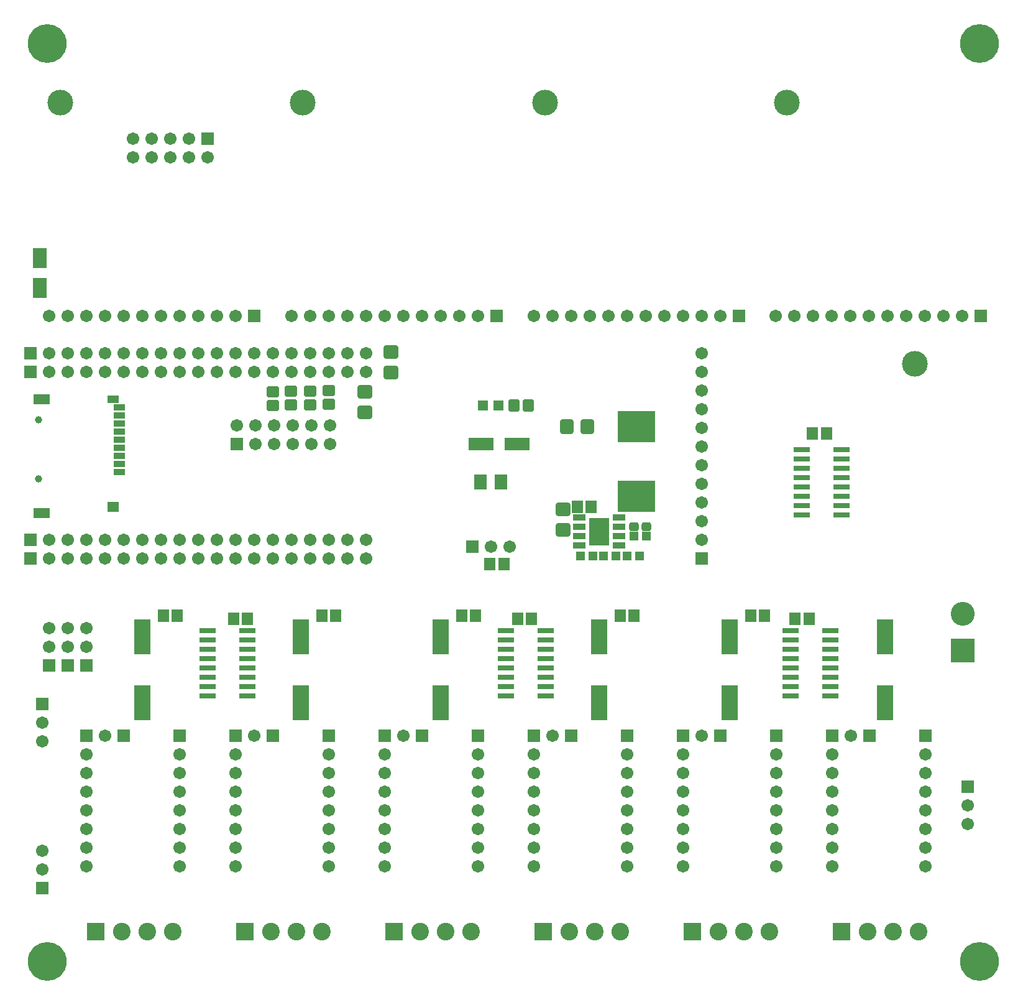
<source format=gbr>
G04 DipTrace 4.0.0.2*
G04 TopMask.gbr*
%MOIN*%
G04 #@! TF.FileFunction,Soldermask,Top*
G04 #@! TF.Part,Single*
%AMOUTLINE1*
4,1,28,
-0.026246,0.035496,
0.026246,0.035496,
0.029474,0.035071,
0.032726,0.033724,
0.035518,0.031581,
0.037661,0.028789,
0.039008,0.025537,
0.039433,0.022309,
0.039433,-0.022309,
0.039008,-0.025537,
0.037661,-0.028789,
0.035518,-0.031581,
0.032726,-0.033724,
0.029474,-0.035071,
0.026246,-0.035496,
-0.026246,-0.035496,
-0.029474,-0.035071,
-0.032726,-0.033724,
-0.035518,-0.031581,
-0.037661,-0.028789,
-0.039008,-0.025537,
-0.039433,-0.022309,
-0.039433,0.022309,
-0.039008,0.025537,
-0.037661,0.028789,
-0.035518,0.031581,
-0.032726,0.033724,
-0.029474,0.035071,
-0.026246,0.035496,
0*%
%AMOUTLINE4*
4,1,28,
0.026246,-0.035496,
-0.026246,-0.035496,
-0.029474,-0.035071,
-0.032726,-0.033724,
-0.035518,-0.031581,
-0.037661,-0.028789,
-0.039008,-0.025537,
-0.039433,-0.022309,
-0.039433,0.022309,
-0.039008,0.025537,
-0.037661,0.028789,
-0.035518,0.031581,
-0.032726,0.033724,
-0.029474,0.035071,
-0.026246,0.035496,
0.026246,0.035496,
0.029474,0.035071,
0.032726,0.033724,
0.035518,0.031581,
0.037661,0.028789,
0.039008,0.025537,
0.039433,0.022309,
0.039433,-0.022309,
0.039008,-0.025537,
0.037661,-0.028789,
0.035518,-0.031581,
0.032726,-0.033724,
0.029474,-0.035071,
0.026246,-0.035496,
0*%
%AMOUTLINE7*
4,1,28,
-0.035496,-0.026246,
-0.035496,0.026246,
-0.035071,0.029474,
-0.033724,0.032726,
-0.031581,0.035518,
-0.028789,0.037661,
-0.025537,0.039008,
-0.022309,0.039433,
0.022309,0.039433,
0.025537,0.039008,
0.028789,0.037661,
0.031581,0.035518,
0.033724,0.032726,
0.035071,0.029474,
0.035496,0.026246,
0.035496,-0.026246,
0.035071,-0.029474,
0.033724,-0.032726,
0.031581,-0.035518,
0.028789,-0.037661,
0.025537,-0.039008,
0.022309,-0.039433,
-0.022309,-0.039433,
-0.025537,-0.039008,
-0.028789,-0.037661,
-0.031581,-0.035518,
-0.033724,-0.032726,
-0.035071,-0.029474,
-0.035496,-0.026246,
0*%
%AMOUTLINE10*
4,1,28,
-0.025654,-0.010105,
-0.025654,0.010105,
-0.025215,0.013434,
-0.023829,0.016781,
-0.021624,0.019655,
-0.01875,0.02186,
-0.015403,0.023247,
-0.012073,0.023685,
0.012073,0.023685,
0.015403,0.023247,
0.01875,0.02186,
0.021624,0.019655,
0.023829,0.016781,
0.025215,0.013434,
0.025654,0.010105,
0.025654,-0.010105,
0.025215,-0.013434,
0.023829,-0.016781,
0.021624,-0.019655,
0.01875,-0.02186,
0.015403,-0.023247,
0.012073,-0.023685,
-0.012073,-0.023685,
-0.015403,-0.023247,
-0.01875,-0.02186,
-0.021624,-0.019655,
-0.023829,-0.016781,
-0.025215,-0.013434,
-0.025654,-0.010105,
0*%
%AMOUTLINE13*
4,1,28,
0.020065,-0.029591,
-0.020065,-0.029591,
-0.023364,-0.029156,
-0.026683,-0.027782,
-0.029532,-0.025595,
-0.031719,-0.022746,
-0.033093,-0.019427,
-0.033528,-0.016128,
-0.033528,0.016128,
-0.033093,0.019427,
-0.031719,0.022746,
-0.029532,0.025595,
-0.026683,0.027782,
-0.023364,0.029156,
-0.020065,0.029591,
0.020065,0.029591,
0.023364,0.029156,
0.026683,0.027782,
0.029532,0.025595,
0.031719,0.022746,
0.033093,0.019427,
0.033528,0.016128,
0.033528,-0.016128,
0.033093,-0.019427,
0.031719,-0.022746,
0.029532,-0.025595,
0.026683,-0.027782,
0.023364,-0.029156,
0.020065,-0.029591,
0*%
%AMOUTLINE16*
4,1,28,
0.029591,0.020065,
0.029591,-0.020065,
0.029156,-0.023364,
0.027782,-0.026683,
0.025595,-0.029532,
0.022746,-0.031719,
0.019427,-0.033093,
0.016128,-0.033528,
-0.016128,-0.033528,
-0.019427,-0.033093,
-0.022746,-0.031719,
-0.025595,-0.029532,
-0.027782,-0.026683,
-0.029156,-0.023364,
-0.029591,-0.020065,
-0.029591,0.020065,
-0.029156,0.023364,
-0.027782,0.026683,
-0.025595,0.029532,
-0.022746,0.031719,
-0.019427,0.033093,
-0.016128,0.033528,
0.016128,0.033528,
0.019427,0.033093,
0.022746,0.031719,
0.025595,0.029532,
0.027782,0.026683,
0.029156,0.023364,
0.029591,0.020065,
0*%
%ADD56C,0.137795*%
%ADD57C,0.03937*%
%ADD65R,0.11115X0.146189*%
%ADD67R,0.070992X0.032016*%
%ADD69R,0.08674X0.031622*%
%ADD71C,0.128*%
%ADD73R,0.128X0.128*%
%ADD75C,0.094614*%
%ADD77R,0.094614X0.094614*%
%ADD79R,0.063118X0.039496*%
%ADD81R,0.063118X0.055244*%
%ADD83R,0.08674X0.055244*%
%ADD85R,0.059181X0.035559*%
%ADD87R,0.051307X0.04737*%
%ADD89C,0.208*%
%ADD91R,0.055244X0.055244*%
%ADD93R,0.202882X0.169417*%
%ADD95C,0.067055*%
%ADD97R,0.067055X0.067055*%
%ADD99R,0.074929X0.106425*%
%ADD101R,0.070992X0.078866*%
%ADD103R,0.132016X0.070992*%
%ADD105R,0.090677X0.185165*%
%ADD107R,0.059181X0.067055*%
%ADD113OUTLINE1*%
%ADD116OUTLINE4*%
%ADD119OUTLINE7*%
%ADD122OUTLINE10*%
%ADD125OUTLINE13*%
%ADD128OUTLINE16*%
%FSLAX26Y26*%
G04*
G70*
G90*
G75*
G01*
G04 TopMask*
%LPD*%
D107*
X1531500Y2369000D3*
X1606303D3*
X1156500Y2387749D3*
X1231303D3*
X2006500Y2387751D3*
X2081303D3*
X2756500D3*
X2831303D3*
X3606500D3*
X3681303D3*
X4306500D3*
X4381303D3*
X2981500Y2662751D3*
X2906697D3*
D113*
X2375249Y3799118D3*
Y3688882D3*
D107*
X3056500Y2369000D3*
X3131303D3*
D105*
X1044000Y1919000D3*
Y2273331D3*
D107*
X4544000Y2369000D3*
X4618803D3*
D105*
X1894000Y1919000D3*
Y2273331D3*
D107*
X4712652Y3362751D3*
X4637849D3*
D116*
X2237749Y3475249D3*
Y3585486D3*
D105*
X2644000Y1919000D3*
Y2273331D3*
D107*
X3375348Y2969000D3*
X3450151D3*
D113*
X3300251Y2955367D3*
Y2845131D3*
D103*
X3052955Y3306499D3*
X2860042D3*
D101*
X2855974Y3101908D3*
X2966210D3*
D119*
X3320133Y3400251D3*
X3430369D3*
D105*
X3494000Y1919000D3*
Y2273331D3*
D122*
X3679287Y2862748D3*
X3746217D3*
D105*
X4194000Y1919000D3*
Y2273331D3*
X5025251Y1919000D3*
Y2273331D3*
D99*
X494001Y4144000D3*
X493998Y4301480D3*
D97*
X944000Y1744000D3*
D95*
X844000D3*
D97*
X744000D3*
D95*
Y1644000D3*
Y1544000D3*
Y1444000D3*
Y1344000D3*
Y1244000D3*
Y1144000D3*
Y1044000D3*
D97*
X1244000Y1744000D3*
D95*
Y1644000D3*
Y1544000D3*
Y1444000D3*
Y1344000D3*
Y1244000D3*
Y1144000D3*
Y1044000D3*
D97*
X444000Y3794000D3*
D95*
X544000D3*
X644000D3*
X744000D3*
X844000D3*
X944000D3*
X1044000D3*
X1144000D3*
X1244000D3*
X1344000D3*
X1444000D3*
X1544000D3*
X1644000D3*
X1744000D3*
X1844000D3*
X1944000D3*
X2044000D3*
X2144000D3*
X2244000D3*
D97*
X444000Y3694000D3*
D95*
X544000D3*
X644000D3*
X744000D3*
X844000D3*
X944000D3*
X1044000D3*
X1144000D3*
X1244000D3*
X1344000D3*
X1444000D3*
X1544000D3*
X1644000D3*
X1744000D3*
X1844000D3*
X1944000D3*
X2044000D3*
X2144000D3*
X2244000D3*
D97*
X444000Y2694000D3*
D95*
X544000D3*
X644000D3*
X744000D3*
X844000D3*
X944000D3*
X1044000D3*
X1144000D3*
X1244000D3*
X1344000D3*
X1444000D3*
X1544000D3*
X1644000D3*
X1744000D3*
X1844000D3*
X1944000D3*
X2044000D3*
X2144000D3*
X2244000D3*
D97*
X444000Y2794000D3*
D95*
X544000D3*
X644000D3*
X744000D3*
X844000D3*
X944000D3*
X1044000D3*
X1144000D3*
X1244000D3*
X1344000D3*
X1444000D3*
X1544000D3*
X1644000D3*
X1744000D3*
X1844000D3*
X1944000D3*
X2044000D3*
X2144000D3*
X2244000D3*
D97*
X1744000Y1744000D3*
D95*
X1644000D3*
D97*
X1544000D3*
D95*
Y1644000D3*
Y1544000D3*
Y1444000D3*
Y1344000D3*
Y1244000D3*
Y1144000D3*
Y1044000D3*
D97*
X2044000Y1744000D3*
D95*
Y1644000D3*
Y1544000D3*
Y1444000D3*
Y1344000D3*
Y1244000D3*
Y1144000D3*
Y1044000D3*
D97*
X1394000Y4944000D3*
D95*
Y4844000D3*
X1294000Y4944000D3*
Y4844000D3*
X1194000Y4944000D3*
Y4844000D3*
X1094000Y4944000D3*
Y4844000D3*
X994000Y4944000D3*
Y4844000D3*
D97*
X2544000Y1744000D3*
D95*
X2444000D3*
D97*
X2344000D3*
D95*
Y1644000D3*
Y1544000D3*
Y1444000D3*
Y1344000D3*
Y1244000D3*
Y1144000D3*
Y1044000D3*
D97*
X2844000Y1744000D3*
D95*
Y1644000D3*
Y1544000D3*
Y1444000D3*
Y1344000D3*
Y1244000D3*
Y1144000D3*
Y1044000D3*
D97*
X3344000Y1744000D3*
D95*
X3244000D3*
D97*
X3144000D3*
D95*
Y1644000D3*
Y1544000D3*
Y1444000D3*
Y1344000D3*
Y1244000D3*
Y1144000D3*
Y1044000D3*
D97*
X3644000Y1744000D3*
D95*
Y1644000D3*
Y1544000D3*
Y1444000D3*
Y1344000D3*
Y1244000D3*
Y1144000D3*
Y1044000D3*
D97*
X1551480Y3306598D3*
D95*
Y3406598D3*
X1651480Y3306598D3*
Y3406598D3*
X1751480Y3306598D3*
Y3406598D3*
X1851480Y3306598D3*
Y3406598D3*
X1951480Y3306598D3*
Y3406598D3*
X2051480Y3306598D3*
Y3406598D3*
D97*
X4144000Y1744000D3*
D95*
X4044000D3*
D97*
X3944000D3*
D95*
Y1644000D3*
Y1544000D3*
Y1444000D3*
Y1344000D3*
Y1244000D3*
Y1144000D3*
Y1044000D3*
D97*
X4444000Y1744000D3*
D95*
Y1644000D3*
Y1544000D3*
Y1444000D3*
Y1344000D3*
Y1244000D3*
Y1144000D3*
Y1044000D3*
D97*
X2812749Y2756500D3*
D95*
X2912749D3*
X3012749D3*
D97*
X5469000Y1469000D3*
D95*
Y1369000D3*
Y1269000D3*
D97*
X506500Y1912749D3*
D95*
Y1812749D3*
Y1712749D3*
D97*
X4944000Y1744000D3*
D95*
X4844000D3*
D97*
X4744000D3*
D95*
Y1644000D3*
Y1544000D3*
Y1444000D3*
Y1344000D3*
Y1244000D3*
Y1144000D3*
Y1044000D3*
D97*
X5244000Y1744000D3*
D95*
Y1644000D3*
Y1544000D3*
Y1444000D3*
Y1344000D3*
Y1244000D3*
Y1144000D3*
Y1044000D3*
D97*
X744000Y2119000D3*
D95*
Y2219000D3*
Y2319000D3*
D97*
X544000Y2119000D3*
D95*
Y2219000D3*
Y2319000D3*
D97*
X506500Y925249D3*
D95*
Y1025249D3*
Y1125249D3*
D97*
X644000Y2119000D3*
D95*
Y2219000D3*
Y2319000D3*
D93*
X3694000Y3025741D3*
Y3399757D3*
D91*
X2954088Y3512749D3*
X2871411D3*
D89*
X5531795Y531795D3*
Y5453055D3*
X531795D3*
Y531795D3*
D97*
X1644005Y3994000D3*
D95*
X1544005D3*
X1444005D3*
X1344005D3*
X1244005D3*
X1144005D3*
X1044005D3*
X944005D3*
X844014D3*
X744014D3*
X644014D3*
X544014D3*
D56*
X601874Y5135732D3*
D97*
X2944005Y3994000D3*
D95*
X2844005D3*
X2744005D3*
X2644005D3*
X2544005D3*
X2444005D3*
X2344005D3*
X2244005D3*
X2144014D3*
X2044014D3*
X1944014D3*
X1844014D3*
D56*
X1901874Y5135732D3*
D97*
X4244005Y3994000D3*
D95*
X4144005D3*
X4044005D3*
X3944005D3*
X3844005D3*
X3744005D3*
X3644005D3*
X3544005D3*
X3444014D3*
X3344014D3*
X3244014D3*
X3144014D3*
D56*
X3201874Y5135732D3*
D97*
X5540406Y3994000D3*
D95*
X5440406D3*
X5340406D3*
X5240406D3*
X5140406D3*
X5040406D3*
X4940406D3*
X4840406D3*
X4740415D3*
X4640415D3*
X4540415D3*
X4440415D3*
D56*
X4498274Y5135732D3*
D97*
X4044000Y2694008D3*
D95*
Y2794008D3*
Y2894008D3*
Y2994008D3*
Y3094008D3*
Y3194008D3*
Y3294008D3*
Y3394008D3*
Y3493999D3*
Y3593999D3*
Y3693999D3*
Y3793999D3*
D56*
X5185732Y3736139D3*
D87*
X3641786Y2706499D3*
X3708715D3*
X3516786D3*
X3583715D3*
X3458717D3*
X3391787D3*
X3746214Y2812751D3*
X3679285D3*
D125*
X1744000Y3512848D3*
Y3587651D3*
X1840850Y3516047D3*
Y3590850D3*
X1942867Y3516047D3*
Y3590850D3*
X2044001Y3519098D3*
X2043999Y3593902D3*
D128*
X3112651Y3512749D3*
X3037848D3*
D85*
X919000Y3156500D3*
Y3199807D3*
Y3243114D3*
Y3286421D3*
Y3329728D3*
Y3373035D3*
Y3416343D3*
Y3459650D3*
Y3502957D3*
D83*
X503646Y2935240D3*
D81*
X885535Y2968311D3*
D79*
Y3546264D3*
D83*
X503646D3*
D57*
X487898Y3435634D3*
Y3120673D3*
D77*
X794000Y694000D3*
D75*
X931795D3*
X1069591D3*
X1207386D3*
D77*
X1594000D3*
D75*
X1731795D3*
X1869591D3*
X2007386D3*
D77*
X2394000D3*
D75*
X2531795D3*
X2669591D3*
X2807386D3*
D73*
X5443999Y2200249D3*
D71*
Y2397100D3*
D77*
X3194000Y694000D3*
D75*
X3331795D3*
X3469591D3*
X3607386D3*
D77*
X3994000D3*
D75*
X4131795D3*
X4269591D3*
X4407386D3*
D77*
X4794000D3*
D75*
X4931795D3*
X5069591D3*
X5207386D3*
D69*
X1394000Y2306500D3*
Y2256500D3*
Y2206500D3*
Y2156500D3*
Y2106500D3*
Y2056500D3*
Y2006500D3*
Y1956500D3*
X1606598D3*
Y2006500D3*
Y2056500D3*
Y2106500D3*
Y2156500D3*
Y2206500D3*
Y2256500D3*
Y2306500D3*
X2994000D3*
Y2256500D3*
Y2206500D3*
Y2156500D3*
Y2106500D3*
Y2056500D3*
Y2006500D3*
Y1956500D3*
X3206598D3*
Y2006500D3*
Y2056500D3*
Y2106500D3*
Y2156500D3*
Y2206500D3*
Y2256500D3*
Y2306500D3*
X4519000D3*
Y2256500D3*
Y2206500D3*
Y2156500D3*
Y2106500D3*
Y2056500D3*
Y2006500D3*
Y1956500D3*
X4731598D3*
Y2006500D3*
Y2056500D3*
Y2106500D3*
Y2156500D3*
Y2206500D3*
Y2256500D3*
Y2306500D3*
X4581450Y3275249D3*
Y3225249D3*
Y3175249D3*
Y3125249D3*
Y3075249D3*
Y3025249D3*
Y2975249D3*
Y2925249D3*
X4794049D3*
Y2975249D3*
Y3025249D3*
Y3075249D3*
Y3125249D3*
Y3175249D3*
Y3225249D3*
Y3275249D3*
D67*
X3387702Y2911570D3*
Y2861570D3*
Y2811570D3*
Y2761570D3*
X3600301D3*
Y2811570D3*
Y2861570D3*
Y2911570D3*
D65*
X3494001Y2836570D3*
M02*

</source>
